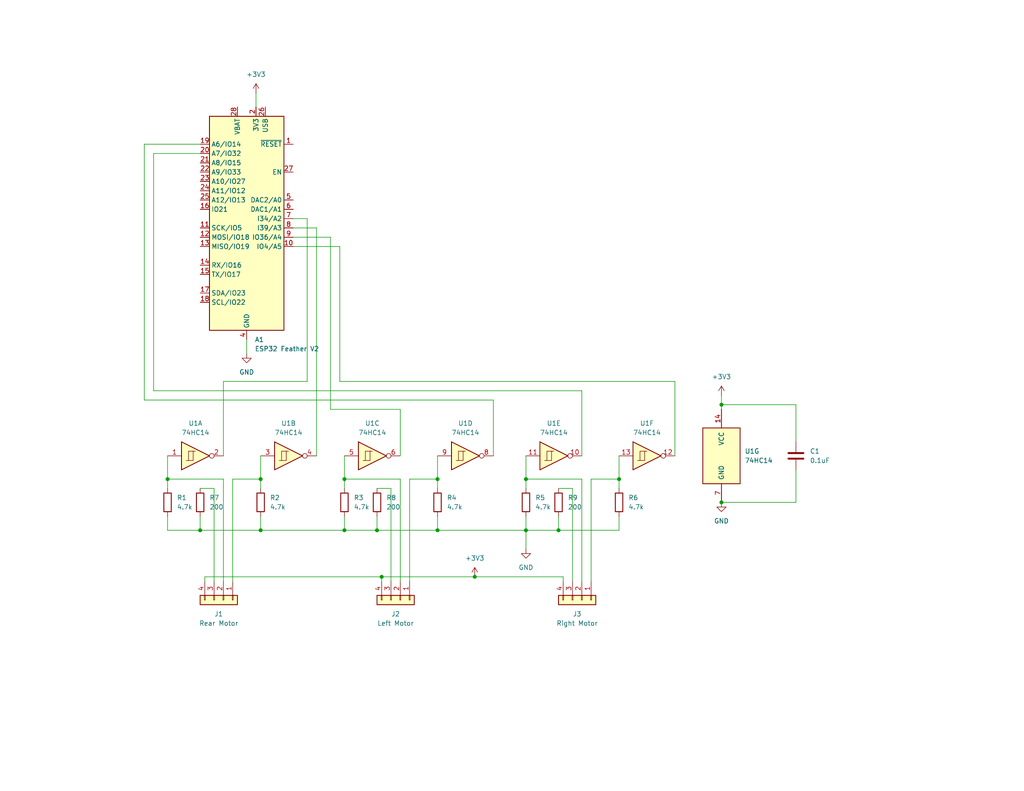
<source format=kicad_sch>
(kicad_sch (version 20230121) (generator eeschema)
  (paper "USLetter")
  (title_block (title "Rovio Robot Controller") (date "2023-11-27") (rev "0.1.0") (company "Forest Moon Productions"))
  (lib_symbols
    (symbol "74xx:74HC14" (pin_names (offset 1.016))
      (property "Reference" "U" (at 0 1.27 0))
      (property "Value" "74HC14" (at 0 -1.27 0))
      (symbol "74HC14_1_0"
        (polyline (pts (xy -3.81 3.81) (xy -3.81 -3.81) (xy 3.81 0) (xy -3.81 3.81)) (stroke (width 0.254)) (fill (type background)))
        (pin input line (at -7.62 0 0) (length 3.81) (name "~") (number "1"))
        (pin output inverted (at 7.62 0 180) (length 3.81) (name "~") (number "2"))
      )
      (symbol "74HC14_1_1"
        (polyline (pts (xy -1.905 -1.27) (xy -1.905 1.27) (xy -0.635 1.27)))
        (polyline (pts (xy -2.54 -1.27) (xy -0.635 -1.27) (xy -0.635 1.27) (xy 0 1.27)))
      )
      (symbol "74HC14_2_0"
        (polyline (pts (xy -3.81 3.81) (xy -3.81 -3.81) (xy 3.81 0) (xy -3.81 3.81)) (stroke (width 0.254)) (fill (type background)))
        (pin input line (at -7.62 0 0) (length 3.81) (name "~") (number "3"))
        (pin output inverted (at 7.62 0 180) (length 3.81) (name "~") (number "4"))
      )
      (symbol "74HC14_2_1"
        (polyline (pts (xy -1.905 -1.27) (xy -1.905 1.27) (xy -0.635 1.27)))
        (polyline (pts (xy -2.54 -1.27) (xy -0.635 -1.27) (xy -0.635 1.27) (xy 0 1.27)))
      )
      (symbol "74HC14_3_0"
        (polyline (pts (xy -3.81 3.81) (xy -3.81 -3.81) (xy 3.81 0) (xy -3.81 3.81)) (stroke (width 0.254)) (fill (type background)))
        (pin input line (at -7.62 0 0) (length 3.81) (name "~") (number "5"))
        (pin output inverted (at 7.62 0 180) (length 3.81) (name "~") (number "6"))
      )
      (symbol "74HC14_3_1"
        (polyline (pts (xy -1.905 -1.27) (xy -1.905 1.27) (xy -0.635 1.27)))
        (polyline (pts (xy -2.54 -1.27) (xy -0.635 -1.27) (xy -0.635 1.27) (xy 0 1.27)))
      )
      (symbol "74HC14_4_0"
        (polyline (pts (xy -3.81 3.81) (xy -3.81 -3.81) (xy 3.81 0) (xy -3.81 3.81)) (stroke (width 0.254)) (fill (type background)))
        (pin output inverted (at 7.62 0 180) (length 3.81) (name "~") (number "8"))
        (pin input line (at -7.62 0 0) (length 3.81) (name "~") (number "9"))
      )
      (symbol "74HC14_4_1"
        (polyline (pts (xy -1.905 -1.27) (xy -1.905 1.27) (xy -0.635 1.27)))
        (polyline (pts (xy -2.54 -1.27) (xy -0.635 -1.27) (xy -0.635 1.27) (xy 0 1.27)))
      )
      (symbol "74HC14_5_0"
        (polyline (pts (xy -3.81 3.81) (xy -3.81 -3.81) (xy 3.81 0) (xy -3.81 3.81)) (stroke (width 0.254)) (fill (type background)))
        (pin output inverted (at 7.62 0 180) (length 3.81) (name "~") (number "10"))
        (pin input line (at -7.62 0 0) (length 3.81) (name "~") (number "11"))
      )
      (symbol "74HC14_5_1"
        (polyline (pts (xy -1.905 -1.27) (xy -1.905 1.27) (xy -0.635 1.27)))
        (polyline (pts (xy -2.54 -1.27) (xy -0.635 -1.27) (xy -0.635 1.27) (xy 0 1.27)))
      )
      (symbol "74HC14_6_0"
        (polyline (pts (xy -3.81 3.81) (xy -3.81 -3.81) (xy 3.81 0) (xy -3.81 3.81)) (stroke (width 0.254)) (fill (type background)))
        (pin output inverted (at 7.62 0 180) (length 3.81) (name "~") (number "12"))
        (pin input line (at -7.62 0 0) (length 3.81) (name "~") (number "13"))
      )
      (symbol "74HC14_6_1"
        (polyline (pts (xy -1.905 -1.27) (xy -1.905 1.27) (xy -0.635 1.27)))
        (polyline (pts (xy -2.54 -1.27) (xy -0.635 -1.27) (xy -0.635 1.27) (xy 0 1.27)))
      )
      (symbol "74HC14_7_0"
        (pin power_in line (at 0 12.7 270) (length 5.08) (name "VCC") (number "14"))
        (pin power_in line (at 0 -12.7 90) (length 5.08) (name "GND") (number "7"))
      )
      (symbol "74HC14_7_1"
        (rectangle (start -5.08 7.62) (end 5.08 -7.62) (stroke (width 0.254)) (fill (type background)))
      )
    )
    (symbol "Connector_Generic:Conn_01x04" (pin_names (offset 1.016) hide)
      (property "Reference" "J" (at 0 5.08 0))
      (property "Value" "Conn_01x04" (at 0 -7.62 0))
      (symbol "Conn_01x04_1_1"
        (rectangle (start -1.27 -4.953) (end 0 -5.207) (stroke (width 0.1524)))
        (rectangle (start -1.27 -2.413) (end 0 -2.667) (stroke (width 0.1524)))
        (rectangle (start -1.27 0.127) (end 0 -0.127) (stroke (width 0.1524)))
        (rectangle (start -1.27 2.667) (end 0 2.413) (stroke (width 0.1524)))
        (rectangle (start -1.27 3.81) (end 1.27 -6.35) (stroke (width 0.254)) (fill (type background)))
        (pin passive line (at -5.08 2.54 0) (length 3.81) (name "Pin_1") (number "1"))
        (pin passive line (at -5.08 0 0) (length 3.81) (name "Pin_2") (number "2"))
        (pin passive line (at -5.08 -2.54 0) (length 3.81) (name "Pin_3") (number "3"))
        (pin passive line (at -5.08 -5.08 0) (length 3.81) (name "Pin_4") (number "4"))
      )
    )
    (symbol "Device:C" (pin_numbers hide) (pin_names (offset 0.254))
      (property "Reference" "C" (at 0.635 2.54 0))
      (property "Value" "C" (at 0.635 -2.54 0))
      (symbol "C_0_1"
        (polyline (pts (xy -2.032 -0.762) (xy 2.032 -0.762)) (stroke (width 0.508)))
        (polyline (pts (xy -2.032 0.762) (xy 2.032 0.762)) (stroke (width 0.508)))
      )
      (symbol "C_1_1"
        (pin passive line (at 0 3.81 270) (length 2.794) (name "~") (number "1"))
        (pin passive line (at 0 -3.81 90) (length 2.794) (name "~") (number "2"))
      )
    )
    (symbol "Device:R" (pin_numbers hide) (pin_names (offset 0))
      (property "Reference" "R" (at 2.032 0 90))
      (property "Value" "R" (at 0 0 90))
      (symbol "R_0_1"
        (rectangle (start -1.016 -2.54) (end 1.016 2.54) (stroke (width 0.254)))
      )
      (symbol "R_1_1"
        (pin passive line (at 0 3.81 270) (length 1.27) (name "~") (number "1"))
        (pin passive line (at 0 -3.81 90) (length 1.27) (name "~") (number "2"))
      )
    )
    (symbol "MCU_Module:Adafruit_Feather_HUZZAH32_ESP32"
      (property "Reference" "A" (at -10.16 29.21 0))
      (property "Value" "Adafruit_Feather_HUZZAH32_ESP32" (at 2.54 -31.75 0))
      (symbol "Adafruit_Feather_HUZZAH32_ESP32_0_1"
        (rectangle (start -10.16 27.94) (end 10.16 -30.48) (stroke (width 0.254)) (fill (type background)))
      )
      (symbol "Adafruit_Feather_HUZZAH32_ESP32_1_1"
        (pin input line (at 12.7 20.32 180) (length 2.54) (name "~{RESET}") (number "1"))
        (pin bidirectional line (at 12.7 -7.62 180) (length 2.54) (name "IO4/A5") (number "10"))
        (pin bidirectional line (at -12.7 -2.54 0) (length 2.54) (name "SCK/IO5") (number "11"))
        (pin bidirectional line (at -12.7 -5.08 0) (length 2.54) (name "MOSI/IO18") (number "12"))
        (pin bidirectional line (at -12.7 -7.62 0) (length 2.54) (name "MISO/IO19") (number "13"))
        (pin bidirectional line (at -12.7 -12.7 0) (length 2.54) (name "RX/IO16") (number "14"))
        (pin bidirectional line (at -12.7 -15.24 0) (length 2.54) (name "TX/IO17") (number "15"))
        (pin bidirectional line (at -12.7 2.54 0) (length 2.54) (name "IO21") (number "16"))
        (pin bidirectional line (at -12.7 -20.32 0) (length 2.54) (name "SDA/IO23") (number "17"))
        (pin bidirectional line (at -12.7 -22.86 0) (length 2.54) (name "SCL/IO22") (number "18"))
        (pin bidirectional line (at -12.7 20.32 0) (length 2.54) (name "A6/IO14") (number "19"))
        (pin power_in line (at 2.54 30.48 270) (length 2.54) (name "3V3") (number "2"))
        (pin bidirectional line (at -12.7 17.78 0) (length 2.54) (name "A7/IO32") (number "20"))
        (pin bidirectional line (at -12.7 15.24 0) (length 2.54) (name "A8/IO15") (number "21"))
        (pin bidirectional line (at -12.7 12.7 0) (length 2.54) (name "A9/IO33") (number "22"))
        (pin bidirectional line (at -12.7 10.16 0) (length 2.54) (name "A10/IO27") (number "23"))
        (pin bidirectional line (at -12.7 7.62 0) (length 2.54) (name "A11/IO12") (number "24"))
        (pin bidirectional line (at -12.7 5.08 0) (length 2.54) (name "A12/IO13") (number "25"))
        (pin power_in line (at 5.08 30.48 270) (length 2.54) (name "USB") (number "26"))
        (pin input line (at 12.7 12.7 180) (length 2.54) (name "EN") (number "27"))
        (pin power_in line (at -2.54 30.48 270) (length 2.54) (name "VBAT") (number "28"))
        (pin no_connect line (at 10.16 10.16 180) (length 2.54) hide (name "NC") (number "3"))
        (pin power_in line (at 0 -33.02 90) (length 2.54) (name "GND") (number "4"))
        (pin bidirectional line (at 12.7 5.08 180) (length 2.54) (name "DAC2/A0") (number "5"))
        (pin bidirectional line (at 12.7 2.54 180) (length 2.54) (name "DAC1/A1") (number "6"))
        (pin bidirectional line (at 12.7 0 180) (length 2.54) (name "I34/A2") (number "7"))
        (pin bidirectional line (at 12.7 -2.54 180) (length 2.54) (name "I39/A3") (number "8"))
        (pin bidirectional line (at 12.7 -5.08 180) (length 2.54) (name "IO36/A4") (number "9"))
      )
    )
    (symbol "power:+3V3" (power) (pin_names (offset 0))
      (property "Value" "+3V3" (at 0 3.556 0))
      (symbol "+3V3_0_1"
        (polyline (pts (xy -0.762 1.27) (xy 0 2.54)))
        (polyline (pts (xy 0 0) (xy 0 2.54)))
        (polyline (pts (xy 0 2.54) (xy 0.762 1.27)))
      )
      (symbol "+3V3_1_1"
        (pin power_in line (at 0 0 90) (length 0) hide (name "+3V3") (number "1"))
      )
    )
    (symbol "power:GND" (power) (pin_names (offset 0))
      (property "Value" "GND" (at 0 -3.81 0))
      (symbol "GND_0_1"
        (polyline (pts (xy 0 0) (xy 0 -1.27) (xy 1.27 -1.27) (xy 0 -2.54) (xy -1.27 -1.27) (xy 0 -1.27)))
      )
      (symbol "GND_1_1"
        (pin power_in line (at 0 0 270) (length 0) hide (name "GND") (number "1"))
      )
    )
  )
  (junction (at 143.51 144.78))
  (junction (at 119.38 144.78))
  (junction (at 196.85 110.49))
  (junction (at 54.61 144.78))
  (junction (at 168.91 130.81))
  (junction (at 104.14 157.48))
  (junction (at 152.4 144.78))
  (junction (at 143.51 130.81))
  (junction (at 129.54 157.48))
  (junction (at 71.12 130.81))
  (junction (at 119.38 130.81))
  (junction (at 93.98 130.81))
  (junction (at 93.98 144.78))
  (junction (at 102.87 144.78))
  (junction (at 71.12 144.78))
  (junction (at 196.85 137.16))
  (junction (at 45.72 130.81))
  (wire (pts (xy 60.96 130.81) (xy 45.72 130.81)))
  (wire (pts (xy 102.87 133.35) (xy 106.68 133.35)))
  (wire (pts (xy 104.14 157.48) (xy 104.14 158.75)))
  (wire (pts (xy 71.12 130.81) (xy 71.12 133.35)))
  (wire (pts (xy 63.5 158.75) (xy 63.5 130.81)))
  (wire (pts (xy 143.51 130.81) (xy 143.51 133.35)))
  (wire (pts (xy 119.38 124.46) (xy 119.38 130.81)))
  (wire (pts (xy 93.98 130.81) (xy 109.22 130.81)))
  (wire (pts (xy 161.29 158.75) (xy 161.29 130.81)))
  (wire (pts (xy 217.17 110.49) (xy 196.85 110.49)))
  (wire (pts (xy 102.87 144.78) (xy 119.38 144.78)))
  (wire (pts (xy 156.21 158.75) (xy 156.21 133.35)))
  (wire (pts (xy 109.22 158.75) (xy 109.22 130.81)))
  (wire (pts (xy 119.38 130.81) (xy 119.38 133.35)))
  (wire (pts (xy 60.96 124.46) (xy 60.96 104.14)))
  (wire (pts (xy 71.12 140.97) (xy 71.12 144.78)))
  (wire (pts (xy 168.91 130.81) (xy 168.91 133.35)))
  (wire (pts (xy 93.98 140.97) (xy 93.98 144.78)))
  (wire (pts (xy 93.98 144.78) (xy 102.87 144.78)))
  (wire (pts (xy 184.15 104.14) (xy 92.71 104.14)))
  (wire (pts (xy 196.85 110.49) (xy 196.85 111.76)))
  (wire (pts (xy 63.5 130.81) (xy 71.12 130.81)))
  (wire (pts (xy 152.4 140.97) (xy 152.4 144.78)))
  (wire (pts (xy 129.54 157.48) (xy 104.14 157.48)))
  (wire (pts (xy 90.17 111.76) (xy 90.17 64.77)))
  (wire (pts (xy 143.51 144.78) (xy 119.38 144.78)))
  (wire (pts (xy 217.17 120.65) (xy 217.17 110.49)))
  (wire (pts (xy 69.85 29.21) (xy 69.85 25.4)))
  (wire (pts (xy 92.71 104.14) (xy 92.71 67.31)))
  (wire (pts (xy 158.75 158.75) (xy 158.75 130.81)))
  (wire (pts (xy 158.75 130.81) (xy 143.51 130.81)))
  (wire (pts (xy 217.17 137.16) (xy 196.85 137.16)))
  (wire (pts (xy 60.96 158.75) (xy 60.96 130.81)))
  (wire (pts (xy 86.36 124.46) (xy 86.36 62.23)))
  (wire (pts (xy 92.71 67.31) (xy 80.01 67.31)))
  (wire (pts (xy 152.4 133.35) (xy 156.21 133.35)))
  (wire (pts (xy 71.12 130.81) (xy 71.12 124.46)))
  (wire (pts (xy 119.38 140.97) (xy 119.38 144.78)))
  (wire (pts (xy 93.98 130.81) (xy 93.98 133.35)))
  (wire (pts (xy 184.15 124.46) (xy 184.15 104.14)))
  (wire (pts (xy 90.17 64.77) (xy 80.01 64.77)))
  (wire (pts (xy 168.91 140.97) (xy 168.91 144.78)))
  (wire (pts (xy 153.67 157.48) (xy 129.54 157.48)))
  (wire (pts (xy 39.37 109.22) (xy 39.37 39.37)))
  (wire (pts (xy 86.36 62.23) (xy 80.01 62.23)))
  (wire (pts (xy 54.61 144.78) (xy 45.72 144.78)))
  (wire (pts (xy 143.51 124.46) (xy 143.51 130.81)))
  (wire (pts (xy 41.91 41.91) (xy 54.61 41.91)))
  (wire (pts (xy 71.12 144.78) (xy 54.61 144.78)))
  (wire (pts (xy 83.82 59.69) (xy 80.01 59.69)))
  (wire (pts (xy 134.62 109.22) (xy 39.37 109.22)))
  (wire (pts (xy 158.75 106.68) (xy 41.91 106.68)))
  (wire (pts (xy 54.61 140.97) (xy 54.61 144.78)))
  (wire (pts (xy 111.76 130.81) (xy 119.38 130.81)))
  (wire (pts (xy 83.82 104.14) (xy 83.82 59.69)))
  (wire (pts (xy 55.88 157.48) (xy 55.88 158.75)))
  (wire (pts (xy 55.88 157.48) (xy 104.14 157.48)))
  (wire (pts (xy 152.4 144.78) (xy 143.51 144.78)))
  (wire (pts (xy 58.42 158.75) (xy 58.42 133.35)))
  (wire (pts (xy 153.67 158.75) (xy 153.67 157.48)))
  (wire (pts (xy 109.22 111.76) (xy 90.17 111.76)))
  (wire (pts (xy 39.37 39.37) (xy 54.61 39.37)))
  (wire (pts (xy 196.85 107.95) (xy 196.85 110.49)))
  (wire (pts (xy 168.91 144.78) (xy 152.4 144.78)))
  (wire (pts (xy 45.72 124.46) (xy 45.72 130.81)))
  (wire (pts (xy 134.62 124.46) (xy 134.62 109.22)))
  (wire (pts (xy 106.68 158.75) (xy 106.68 133.35)))
  (wire (pts (xy 54.61 133.35) (xy 58.42 133.35)))
  (wire (pts (xy 168.91 124.46) (xy 168.91 130.81)))
  (wire (pts (xy 143.51 140.97) (xy 143.51 144.78)))
  (wire (pts (xy 143.51 144.78) (xy 143.51 149.86)))
  (wire (pts (xy 67.31 92.71) (xy 67.31 96.52)))
  (wire (pts (xy 109.22 124.46) (xy 109.22 111.76)))
  (wire (pts (xy 45.72 130.81) (xy 45.72 133.35)))
  (wire (pts (xy 161.29 130.81) (xy 168.91 130.81)))
  (wire (pts (xy 41.91 106.68) (xy 41.91 41.91)))
  (wire (pts (xy 102.87 140.97) (xy 102.87 144.78)))
  (wire (pts (xy 60.96 104.14) (xy 83.82 104.14)))
  (wire (pts (xy 93.98 124.46) (xy 93.98 130.81)))
  (wire (pts (xy 158.75 124.46) (xy 158.75 106.68)))
  (wire (pts (xy 217.17 128.27) (xy 217.17 137.16)))
  (wire (pts (xy 45.72 140.97) (xy 45.72 144.78)))
  (wire (pts (xy 111.76 158.75) (xy 111.76 130.81)))
  (wire (pts (xy 93.98 144.78) (xy 71.12 144.78)))
  (symbol (lib_id "Device:R") (at 119.38 137.16 0) (unit 1)
    (property "Reference" "R4" (at 121.92 135.89 0) (effects (justify left)))
    (property "Value" "4.7k" (at 121.92 138.43 0) (effects (justify left)))
    (property "Footprint" "Resistor_SMD:R_0805_2012Metric_Pad1.20x1.40mm_HandSolder" (effects hide))
  )
  (symbol (lib_id "power:+3V3") (at 129.54 157.48 0) (unit 1)
    (property "Reference" "#PWR06" (effects hide))
    (property "Value" "+3V3" (at 129.54 152.4 0))
  )
  (symbol (lib_id "power:+3V3") (at 196.85 107.95 0) (unit 1)
    (property "Reference" "#PWR02" (effects hide))
    (property "Value" "+3V3" (at 196.85 102.87 0))
  )
  (symbol (lib_id "Device:C") (at 217.17 124.46 0) (unit 1)
    (property "Reference" "C1" (at 220.98 123.19 0) (effects (justify left)))
    (property "Value" "0.1uF" (at 220.98 125.73 0) (effects (justify left)))
    (property "Footprint" "Capacitor_SMD:C_0805_2012Metric_Pad1.18x1.45mm_HandSolder" (effects hide))
  )
  (symbol (lib_id "Device:R") (at 93.98 137.16 0) (unit 1)
    (property "Reference" "R3" (at 96.52 135.89 0) (effects (justify left)))
    (property "Value" "4.7k" (at 96.52 138.43 0) (effects (justify left)))
    (property "Footprint" "Resistor_SMD:R_0805_2012Metric_Pad1.20x1.40mm_HandSolder" (effects hide))
  )
  (symbol (lib_id "Connector_Generic:Conn_01x04") (at 158.75 163.83 270) (unit 1)
    (property "Reference" "J3" (at 157.48 167.64 90))
    (property "Value" "Right Motor" (at 157.48 170.18 90))
    (property "Footprint" "Connector_JST:JST_PH_S4B-PH-K_1x04_P2.00mm_Horizontal" (effects hide))
  )
  (symbol (lib_id "Device:R") (at 54.61 137.16 0) (unit 1)
    (property "Reference" "R7" (at 57.15 135.89 0) (effects (justify left)))
    (property "Value" "200" (at 57.15 138.43 0) (effects (justify left)))
    (property "Footprint" "Resistor_SMD:R_0805_2012Metric_Pad1.20x1.40mm_HandSolder" (effects hide))
  )
  (symbol (lib_id "MCU_Module:Adafruit_Feather_HUZZAH32_ESP32") (at 67.31 59.69 0) (unit 1)
    (property "Reference" "A1" (at 69.5041 92.71 0) (effects (justify left)))
    (property "Value" "ESP32 Feather V2" (at 69.5041 95.25 0) (effects (justify left)))
    (property "Footprint" "Module:Adafruit_Feather" (effects hide))
    (property "Datasheet" "https://cdn-learn.adafruit.com/downloads/pdf/adafruit-huzzah32-esp32-feather.pdf" (effects hide))
  )
  (symbol (lib_id "74xx:74HC14") (at 101.6 124.46 0) (unit 3)
    (property "Reference" "U1" (at 101.6 115.57 0))
    (property "Value" "74HC14" (at 101.6 118.11 0))
    (property "Footprint" "Package_DIP:DIP-14_W7.62mm" (effects hide))
    (property "Datasheet" "http://www.ti.com/lit/gpn/sn74HC14" (effects hide))
  )
  (symbol (lib_id "74xx:74HC14") (at 176.53 124.46 0) (unit 6)
    (property "Reference" "U1" (at 176.53 115.57 0))
    (property "Value" "74HC14" (at 176.53 118.11 0))
    (property "Footprint" "Package_DIP:DIP-14_W7.62mm" (effects hide))
    (property "Datasheet" "http://www.ti.com/lit/gpn/sn74HC14" (effects hide))
  )
  (symbol (lib_id "power:GND") (at 196.85 137.16 0) (unit 1)
    (property "Reference" "#PWR04" (effects hide))
    (property "Value" "GND" (at 196.85 142.24 0))
  )
  (symbol (lib_id "74xx:74HC14") (at 196.85 124.46 0) (unit 7)
    (property "Reference" "U1" (at 203.2 123.19 0) (effects (justify left)))
    (property "Value" "74HC14" (at 203.2 125.73 0) (effects (justify left)))
    (property "Footprint" "Package_DIP:DIP-14_W7.62mm" (effects hide))
    (property "Datasheet" "http://www.ti.com/lit/gpn/sn74HC14" (effects hide))
  )
  (symbol (lib_id "74xx:74HC14") (at 78.74 124.46 0) (unit 2)
    (property "Reference" "U1" (at 78.74 115.57 0))
    (property "Value" "74HC14" (at 78.74 118.11 0))
    (property "Footprint" "Package_DIP:DIP-14_W7.62mm" (effects hide))
    (property "Datasheet" "http://www.ti.com/lit/gpn/sn74HC14" (effects hide))
  )
  (symbol (lib_id "Connector_Generic:Conn_01x04") (at 109.22 163.83 270) (unit 1)
    (property "Reference" "J2" (at 107.95 167.64 90))
    (property "Value" "Left Motor" (at 107.95 170.18 90))
    (property "Footprint" "Connector_JST:JST_PH_S4B-PH-K_1x04_P2.00mm_Horizontal" (effects hide))
  )
  (symbol (lib_id "power:GND") (at 143.51 149.86 0) (unit 1)
    (property "Reference" "#PWR05" (effects hide))
    (property "Value" "GND" (at 143.51 154.94 0))
  )
  (symbol (lib_id "Device:R") (at 143.51 137.16 0) (unit 1)
    (property "Reference" "R5" (at 146.05 135.89 0) (effects (justify left)))
    (property "Value" "4.7k" (at 146.05 138.43 0) (effects (justify left)))
    (property "Footprint" "Resistor_SMD:R_0805_2012Metric_Pad1.20x1.40mm_HandSolder" (effects hide))
  )
  (symbol (lib_id "power:GND") (at 67.31 96.52 0) (unit 1)
    (property "Reference" "#PWR03" (effects hide))
    (property "Value" "GND" (at 67.31 101.6 0))
  )
  (symbol (lib_id "Device:R") (at 45.72 137.16 0) (unit 1)
    (property "Reference" "R1" (at 48.26 135.89 0) (effects (justify left)))
    (property "Value" "4.7k" (at 48.26 138.43 0) (effects (justify left)))
    (property "Footprint" "Resistor_SMD:R_0805_2012Metric_Pad1.20x1.40mm_HandSolder" (effects hide))
  )
  (symbol (lib_id "74xx:74HC14") (at 151.13 124.46 0) (unit 5)
    (property "Reference" "U1" (at 151.13 115.57 0))
    (property "Value" "74HC14" (at 151.13 118.11 0))
    (property "Footprint" "Package_DIP:DIP-14_W7.62mm" (effects hide))
    (property "Datasheet" "http://www.ti.com/lit/gpn/sn74HC14" (effects hide))
  )
  (symbol (lib_id "Device:R") (at 152.4 137.16 0) (unit 1)
    (property "Reference" "R9" (at 154.94 135.89 0) (effects (justify left)))
    (property "Value" "200" (at 154.94 138.43 0) (effects (justify left)))
    (property "Footprint" "Resistor_SMD:R_0805_2012Metric_Pad1.20x1.40mm_HandSolder" (effects hide))
  )
  (symbol (lib_id "Device:R") (at 71.12 137.16 0) (unit 1)
    (property "Reference" "R2" (at 73.66 135.89 0) (effects (justify left)))
    (property "Value" "4.7k" (at 73.66 138.43 0) (effects (justify left)))
    (property "Footprint" "Resistor_SMD:R_0805_2012Metric_Pad1.20x1.40mm_HandSolder" (effects hide))
  )
  (symbol (lib_id "Device:R") (at 102.87 137.16 0) (unit 1)
    (property "Reference" "R8" (at 105.41 135.89 0) (effects (justify left)))
    (property "Value" "200" (at 105.41 138.43 0) (effects (justify left)))
    (property "Footprint" "Resistor_SMD:R_0805_2012Metric_Pad1.20x1.40mm_HandSolder" (effects hide))
  )
  (symbol (lib_id "Connector_Generic:Conn_01x04") (at 60.96 163.83 270) (unit 1)
    (property "Reference" "J1" (at 59.69 167.64 90))
    (property "Value" "Rear Motor" (at 59.69 170.18 90))
    (property "Footprint" "Connector_JST:JST_PH_S4B-PH-K_1x04_P2.00mm_Horizontal" (effects hide))
  )
  (symbol (lib_id "power:+3V3") (at 69.85 25.4 0) (unit 1)
    (property "Reference" "#PWR01" (effects hide))
    (property "Value" "+3V3" (at 69.85 20.32 0))
  )
  (symbol (lib_id "Device:R") (at 168.91 137.16 0) (unit 1)
    (property "Reference" "R6" (at 171.45 135.89 0) (effects (justify left)))
    (property "Value" "4.7k" (at 171.45 138.43 0) (effects (justify left)))
    (property "Footprint" "Resistor_SMD:R_0805_2012Metric_Pad1.20x1.40mm_HandSolder" (effects hide))
  )
  (symbol (lib_id "74xx:74HC14") (at 53.34 124.46 0) (unit 1)
    (property "Reference" "U1" (at 53.34 115.57 0))
    (property "Value" "74HC14" (at 53.34 118.11 0))
    (property "Footprint" "Package_DIP:DIP-14_W7.62mm" (effects hide))
    (property "Datasheet" "http://www.ti.com/lit/gpn/sn74HC14" (effects hide))
  )
  (symbol (lib_id "74xx:74HC14") (at 127 124.46 0) (unit 4)
    (property "Reference" "U1" (at 127 115.57 0))
    (property "Value" "74HC14" (at 127 118.11 0))
    (property "Footprint" "Package_DIP:DIP-14_W7.62mm" (effects hide))
    (property "Datasheet" "http://www.ti.com/lit/gpn/sn74HC14" (effects hide))
  )
)
</source>
